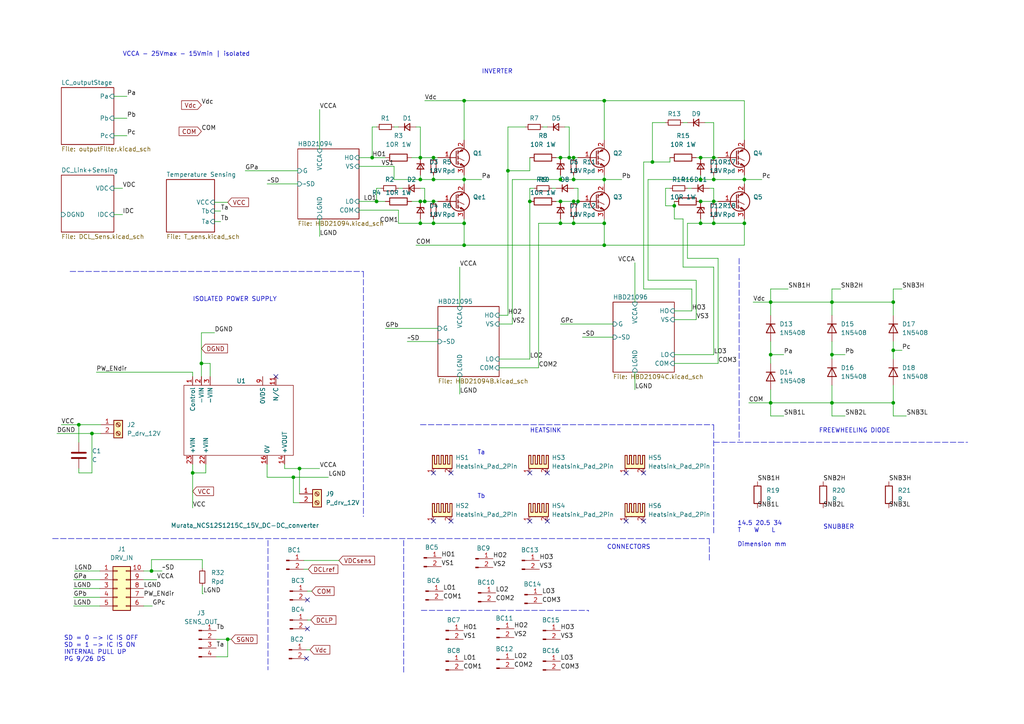
<source format=kicad_sch>
(kicad_sch (version 20211123) (generator eeschema)
  (paper "A4")
  (title_block (title "Driver_board 3 phase inverter 6 Channel") (date "2022-09-01") (rev "2") (company "Designed By - Yawar Badri") (comment 1 "Driver board for 3 phase IGBT inverter ") (comment 2 "ir2136 | ir2233 | ir21094") (comment 3 "600V | 1200V | 600V") (comment 4 "Single Board Construction | 6CH each -> 18 CH design") (comment 5 "For fabrication go with only 600V+1200V. not all three"))
  (lib_symbols
    (symbol "Connector:Conn_01x02_Male" (pin_names (offset 1.016) hide)
      (property "Reference" "J" (at 0 2.54 0))
      (property "Value" "Conn_01x02_Male" (at 0 -5.08 0))
      (symbol "Conn_01x02_Male_1_1"
        (pin passive line (at 5.08 0 180) (length 3.81) (name "Pin_1") (number "1"))
        (pin passive line (at 5.08 -2.54 180) (length 3.81) (name "Pin_2") (number "2"))
      )
    )
    (symbol "Connector:Conn_01x04_Male" (pin_names (offset 1.016) hide)
      (property "Reference" "J" (at 0 5.08 0))
      (property "Value" "Conn_01x04_Male" (at 0 -7.62 0))
      (symbol "Conn_01x04_Male_1_1"
        (pin passive line (at 5.08 2.54 180) (length 3.81) (name "Pin_1") (number "1"))
        (pin passive line (at 5.08 0 180) (length 3.81) (name "Pin_2") (number "2"))
        (pin passive line (at 5.08 -2.54 180) (length 3.81) (name "Pin_3") (number "3"))
        (pin passive line (at 5.08 -5.08 180) (length 3.81) (name "Pin_4") (number "4"))
      )
    )
    (symbol "Connector:Screw_Terminal_01x02" (pin_names (offset 1.016) hide)
      (property "Reference" "J" (at 0 2.54 0))
      (property "Value" "Screw_Terminal_01x02" (at 0 -5.08 0))
      (symbol "Screw_Terminal_01x02_1_1"
        (pin passive line (at -5.08 0 0) (length 3.81) (name "Pin_1") (number "1"))
        (pin passive line (at -5.08 -2.54 0) (length 3.81) (name "Pin_2") (number "2"))
      )
    )
    (symbol "Connector_Generic:Conn_02x05_Counter_Clockwise" (pin_names (offset 1.016) hide)
      (property "Reference" "J" (at 1.27 7.62 0))
      (property "Value" "Conn_02x05_Counter_Clockwise" (at 1.27 -7.62 0))
      (symbol "Conn_02x05_Counter_Clockwise_1_1"
        (pin passive line (at -5.08 5.08 0) (length 3.81) (name "Pin_1") (number "1"))
        (pin passive line (at 7.62 5.08 180) (length 3.81) (name "Pin_10") (number "10"))
        (pin passive line (at -5.08 2.54 0) (length 3.81) (name "Pin_2") (number "2"))
        (pin passive line (at -5.08 0 0) (length 3.81) (name "Pin_3") (number "3"))
        (pin passive line (at -5.08 -2.54 0) (length 3.81) (name "Pin_4") (number "4"))
        (pin passive line (at -5.08 -5.08 0) (length 3.81) (name "Pin_5") (number "5"))
        (pin passive line (at 7.62 -5.08 180) (length 3.81) (name "Pin_6") (number "6"))
        (pin passive line (at 7.62 -2.54 180) (length 3.81) (name "Pin_7") (number "7"))
        (pin passive line (at 7.62 0 180) (length 3.81) (name "Pin_8") (number "8"))
        (pin passive line (at 7.62 2.54 180) (length 3.81) (name "Pin_9") (number "9"))
      )
    )
    (symbol "DC_DC_module:Murata_NCS12S1215C_15V_DC-DC_converter"
      (property "Reference" "U1" (at -1.27 -2.54 0))
      (property "Value" "Murata_NCS12S1215C_15V_DC-DC_converter" (at -20.32 -44.45 0))
      (symbol "Murata_NCS12S1215C_15V_DC-DC_converter_1_1"
        (pin input line (at -13.97 -1.27 270) (length 2.54) (name "Control") (number "1"))
        (pin input line (at 10.16 -1.27 270) (length 2.54) (name "N/C") (number "11"))
        (pin output line (at 12.7 -26.67 90) (length 2.54) (name "+VOUT") (number "14"))
        (pin input line (at 7.62 -26.67 90) (length 2.54) (name "0V") (number "16"))
        (pin input line (at -11.43 -1.27 270) (length 2.54) (name "-VIN") (number "2"))
        (pin input line (at -10.16 -26.67 90) (length 2.54) (name "+VIN") (number "22"))
        (pin input line (at -13.97 -26.67 90) (length 2.54) (name "+VIN") (number "23"))
        (pin input line (at -8.89 -1.27 270) (length 2.54) (name "-VIN") (number "3"))
        (pin input line (at 6.35 -1.27 270) (length 2.54) (name "0VDS") (number "9"))
      )
    )
    (symbol "Device:C" (pin_numbers hide) (pin_names (offset 0.254))
      (property "Reference" "C" (at 0.635 2.54 0))
      (property "Value" "C" (at 0.635 -2.54 0))
      (symbol "C_1_1"
        (pin passive line (at 0 3.81 270) (length 2.794) (name "~") (number "1"))
        (pin passive line (at 0 -3.81 90) (length 2.794) (name "~") (number "2"))
      )
    )
    (symbol "Device:D_Small" (pin_numbers hide) (pin_names (offset 0.254) hide)
      (property "Reference" "D" (at -1.27 2.032 0))
      (property "Value" "D_Small" (at -3.81 -2.032 0))
      (symbol "D_Small_1_1"
        (pin passive line (at -2.54 0 0) (length 1.778) (name "K") (number "1"))
        (pin passive line (at 2.54 0 180) (length 1.778) (name "A") (number "2"))
      )
    )
    (symbol "Device:D_Zener_Small" (pin_numbers hide) (pin_names (offset 0.254) hide)
      (property "Reference" "D" (at 0 2.286 0))
      (property "Value" "D_Zener_Small" (at 0 -2.286 0))
      (symbol "D_Zener_Small_1_1"
        (pin passive line (at -2.54 0 0) (length 1.778) (name "K") (number "1"))
        (pin passive line (at 2.54 0 180) (length 1.778) (name "A") (number "2"))
      )
    )
    (symbol "Device:Q_NIGBT_GCE" (pin_names (offset 0) hide)
      (property "Reference" "Q" (at 5.08 1.27 0))
      (property "Value" "Q_NIGBT_GCE" (at 5.08 -1.27 0))
      (symbol "Q_NIGBT_GCE_1_1"
        (pin input line (at -5.08 0 0) (length 5.334) (name "G") (number "1"))
        (pin passive line (at 2.54 5.08 270) (length 2.54) (name "C") (number "2"))
        (pin passive line (at 2.54 -5.08 90) (length 2.54) (name "E") (number "3"))
      )
    )
    (symbol "Device:R" (pin_numbers hide) (pin_names (offset 0))
      (property "Reference" "R" (at 2.032 0 90))
      (property "Value" "R" (at 0 0 90))
      (symbol "R_1_1"
        (pin passive line (at 0 3.81 270) (length 1.27) (name "~") (number "1"))
        (pin passive line (at 0 -3.81 90) (length 1.27) (name "~") (number "2"))
      )
    )
    (symbol "Device:R_Small" (pin_numbers hide) (pin_names (offset 0.254) hide)
      (property "Reference" "R" (at 0.762 0.508 0))
      (property "Value" "R_Small" (at 0.762 -1.016 0))
      (symbol "R_Small_1_1"
        (pin passive line (at 0 2.54 270) (length 0.762) (name "~") (number "1"))
        (pin passive line (at 0 -2.54 90) (length 0.762) (name "~") (number "2"))
      )
    )
    (symbol "Diode:1N5408" (pin_numbers hide) (pin_names (offset 1.016) hide)
      (property "Reference" "D" (at 0 2.54 0))
      (property "Value" "1N5408" (at 0 -2.54 0))
      (symbol "1N5408_1_1"
        (pin passive line (at -3.81 0 0) (length 2.54) (name "K") (number "1"))
        (pin passive line (at 3.81 0 180) (length 2.54) (name "A") (number "2"))
      )
    )
    (symbol "Mechanical:Heatsink_Pad_2Pin" (pin_names (offset 0))
      (property "Reference" "HS" (at 0 5.715 0))
      (property "Value" "Heatsink_Pad_2Pin" (at 0 3.81 0))
      (symbol "Heatsink_Pad_2Pin_1_1"
        (pin passive line (at -2.54 -2.54 90) (length 1.27) (name "~") (number "1"))
        (pin passive line (at 2.54 -2.54 90) (length 1.27) (name "~") (number "2"))
      )
    )
  )
  (junction (at 259.08 116.84))
  (junction (at 121.92 64.77))
  (junction (at 207.01 58.42))
  (junction (at 58.42 105.41))
  (junction (at 85.09 138.43))
  (junction (at 134.62 71.12))
  (junction (at 125.73 58.42))
  (junction (at 166.37 45.72))
  (junction (at 195.58 59.69))
  (junction (at 162.56 52.07))
  (junction (at 43.942 165.608))
  (junction (at 223.52 87.63))
  (junction (at 22.86 123.19))
  (junction (at 147.32 49.53))
  (junction (at 203.2 52.07))
  (junction (at 166.37 64.77))
  (junction (at 162.56 45.72))
  (junction (at 134.62 29.21))
  (junction (at 259.08 87.63))
  (junction (at 26.67 125.73))
  (junction (at 166.37 58.42))
  (junction (at 241.3 87.63))
  (junction (at 215.9 64.77))
  (junction (at 175.26 29.21))
  (junction (at 162.56 58.42))
  (junction (at 215.9 52.07))
  (junction (at 121.92 58.42))
  (junction (at 162.56 64.77))
  (junction (at 125.73 45.72))
  (junction (at 207.01 64.77))
  (junction (at 166.37 52.07))
  (junction (at 203.2 58.42))
  (junction (at 167.64 58.42))
  (junction (at 165.1 45.72))
  (junction (at 153.67 58.42))
  (junction (at 223.52 116.84))
  (junction (at 223.52 102.87))
  (junction (at 107.95 45.72))
  (junction (at 134.62 64.77))
  (junction (at 55.88 137.16))
  (junction (at 207.01 45.72))
  (junction (at 207.01 52.07))
  (junction (at 203.2 64.77))
  (junction (at 125.73 52.07))
  (junction (at 134.62 52.07))
  (junction (at 241.3 116.84))
  (junction (at 203.2 45.72))
  (junction (at 125.73 64.77))
  (junction (at 123.19 58.42))
  (junction (at 175.26 52.07))
  (junction (at 66.04 185.42))
  (junction (at 259.08 101.6))
  (junction (at 175.26 71.12))
  (junction (at 241.3 102.87))
  (junction (at 189.23 46.99))
  (junction (at 121.92 52.07))
  (junction (at 109.22 58.42))
  (junction (at 86.868 135.89))
  (junction (at 175.26 64.77))
  (junction (at 121.92 45.72))
  (no_connect (at 130.81 151.13))
  (no_connect (at 186.69 137.16))
  (no_connect (at 80.01 109.22))
  (no_connect (at 125.73 137.16))
  (no_connect (at 158.75 151.13))
  (no_connect (at 88.9 191.008))
  (no_connect (at 181.61 137.16))
  (no_connect (at 158.75 137.16))
  (no_connect (at 153.67 137.16))
  (no_connect (at 125.73 151.13))
  (no_connect (at 181.61 151.13))
  (no_connect (at 89.154 182.372))
  (no_connect (at 186.69 151.13))
  (no_connect (at 130.81 137.16))
  (no_connect (at 153.67 151.13))
  (no_connect (at 89.154 173.99))
  (wire (pts (xy 223.52 102.87) (xy 223.52 105.41)))
  (wire (pts (xy 195.58 59.69) (xy 195.58 63.5)))
  (wire (pts (xy 115.57 36.83) (xy 114.3 36.83)))
  (wire (pts (xy 175.26 29.21) (xy 215.9 29.21)))
  (wire (pts (xy 154.94 54.61) (xy 153.67 54.61)))
  (wire (pts (xy 66.04 185.42) (xy 66.04 190.5)))
  (polyline (pts (xy 207.01 128.27) (xy 280.67 128.27)))
  (wire (pts (xy 215.9 40.64) (xy 215.9 29.21)))
  (wire (pts (xy 195.58 92.71) (xy 201.93 92.71)))
  (wire (pts (xy 175.26 63.5) (xy 175.26 64.77)))
  (wire (pts (xy 208.28 74.93) (xy 208.28 105.41)))
  (polyline (pts (xy 122.174 177.038) (xy 170.688 177.038)))
  (wire (pts (xy 199.39 74.93) (xy 208.28 74.93)))
  (wire (pts (xy 21.336 173.228) (xy 28.956 173.228)))
  (wire (pts (xy 77.47 134.62) (xy 77.47 138.43)))
  (polyline (pts (xy 77.724 156.718) (xy 77.724 194.31)))
  (wire (pts (xy 58.42 105.41) (xy 58.42 109.22)))
  (wire (pts (xy 58.42 96.52) (xy 58.42 105.41)))
  (wire (pts (xy 55.88 137.16) (xy 55.88 147.32)))
  (wire (pts (xy 77.47 53.34) (xy 86.36 53.34)))
  (wire (pts (xy 215.9 64.77) (xy 215.9 71.12)))
  (wire (pts (xy 223.52 113.03) (xy 223.52 116.84)))
  (wire (pts (xy 162.56 64.77) (xy 166.37 64.77)))
  (wire (pts (xy 58.42 96.52) (xy 62.23 96.52)))
  (wire (pts (xy 21.336 168.148) (xy 28.956 168.148)))
  (wire (pts (xy 207.01 35.56) (xy 207.01 45.72)))
  (polyline (pts (xy 207.01 123.19) (xy 207.01 154.94)))
  (wire (pts (xy 175.26 71.12) (xy 215.9 71.12)))
  (wire (pts (xy 121.92 63.5) (xy 121.92 64.77)))
  (wire (pts (xy 162.56 58.42) (xy 166.37 58.42)))
  (wire (pts (xy 109.22 36.83) (xy 107.95 36.83)))
  (wire (pts (xy 193.04 59.69) (xy 195.58 59.69)))
  (wire (pts (xy 223.52 83.82) (xy 228.6 83.82)))
  (wire (pts (xy 203.2 45.72) (xy 207.01 45.72)))
  (wire (pts (xy 195.58 90.17) (xy 200.66 90.17)))
  (wire (pts (xy 203.2 58.42) (xy 207.01 58.42)))
  (wire (pts (xy 92.71 63.5) (xy 92.71 68.58)))
  (wire (pts (xy 158.75 36.83) (xy 157.48 36.83)))
  (wire (pts (xy 33.02 39.37) (xy 36.83 39.37)))
  (wire (pts (xy 119.38 45.72) (xy 121.92 45.72)))
  (wire (pts (xy 21.336 170.688) (xy 28.956 170.688)))
  (wire (pts (xy 199.39 64.77) (xy 203.2 64.77)))
  (wire (pts (xy 114.3 48.26) (xy 114.3 52.07)))
  (wire (pts (xy 186.69 46.99) (xy 189.23 46.99)))
  (polyline (pts (xy 121.92 123.19) (xy 207.01 123.19)))
  (wire (pts (xy 175.26 52.07) (xy 180.34 52.07)))
  (wire (pts (xy 59.69 137.16) (xy 59.69 134.62)))
  (wire (pts (xy 125.73 52.07) (xy 134.62 52.07)))
  (wire (pts (xy 207.01 50.8) (xy 207.01 52.07)))
  (wire (pts (xy 134.62 52.07) (xy 139.7 52.07)))
  (wire (pts (xy 217.17 116.84) (xy 223.52 116.84)))
  (wire (pts (xy 189.23 35.56) (xy 189.23 46.99)))
  (wire (pts (xy 121.92 36.83) (xy 121.92 45.72)))
  (polyline (pts (xy 117.094 156.718) (xy 117.094 195.326)))
  (wire (pts (xy 55.88 134.62) (xy 55.88 137.16)))
  (wire (pts (xy 175.26 40.64) (xy 175.26 29.21)))
  (wire (pts (xy 89.154 179.832) (xy 90.17 179.832)))
  (wire (pts (xy 85.09 145.796) (xy 85.09 138.43)))
  (wire (pts (xy 125.73 63.5) (xy 125.73 64.77)))
  (wire (pts (xy 207.01 63.5) (xy 207.01 64.77)))
  (wire (pts (xy 204.47 35.56) (xy 207.01 35.56)))
  (wire (pts (xy 82.55 135.89) (xy 86.868 135.89)))
  (wire (pts (xy 165.1 36.83) (xy 165.1 45.72)))
  (wire (pts (xy 62.738 185.42) (xy 66.04 185.42)))
  (polyline (pts (xy 170.688 177.038) (xy 170.688 177.292)))
  (wire (pts (xy 259.08 99.06) (xy 259.08 101.6)))
  (wire (pts (xy 41.656 168.148) (xy 45.466 168.148)))
  (wire (pts (xy 195.58 105.41) (xy 208.28 105.41)))
  (wire (pts (xy 62.23 61.214) (xy 64.008 61.214)))
  (wire (pts (xy 26.67 125.73) (xy 29.21 125.73)))
  (wire (pts (xy 223.52 120.65) (xy 227.33 120.65)))
  (wire (pts (xy 184.15 107.95) (xy 184.15 113.03)))
  (wire (pts (xy 123.19 54.61) (xy 123.19 58.42)))
  (wire (pts (xy 123.19 54.61) (xy 121.92 54.61)))
  (wire (pts (xy 223.52 116.84) (xy 223.52 120.65)))
  (wire (pts (xy 134.62 64.77) (xy 134.62 71.12)))
  (wire (pts (xy 147.32 36.83) (xy 147.32 49.53)))
  (wire (pts (xy 162.56 63.5) (xy 162.56 64.77)))
  (wire (pts (xy 153.67 49.53) (xy 153.67 45.72)))
  (wire (pts (xy 207.01 45.72) (xy 208.28 45.72)))
  (wire (pts (xy 175.26 50.8) (xy 175.26 52.07)))
  (wire (pts (xy 88.9 188.468) (xy 89.916 188.468)))
  (wire (pts (xy 22.86 123.19) (xy 22.86 128.27)))
  (wire (pts (xy 104.14 58.42) (xy 109.22 58.42)))
  (wire (pts (xy 223.52 116.84) (xy 241.3 116.84)))
  (wire (pts (xy 207.01 64.77) (xy 215.9 64.77)))
  (wire (pts (xy 200.66 54.61) (xy 199.39 54.61)))
  (wire (pts (xy 161.29 54.61) (xy 160.02 54.61)))
  (wire (pts (xy 147.32 49.53) (xy 153.67 49.53)))
  (wire (pts (xy 153.67 58.42) (xy 153.67 104.14)))
  (wire (pts (xy 195.58 102.87) (xy 207.01 102.87)))
  (wire (pts (xy 104.14 48.26) (xy 114.3 48.26)))
  (wire (pts (xy 134.62 50.8) (xy 134.62 52.07)))
  (wire (pts (xy 125.73 58.42) (xy 127 58.42)))
  (wire (pts (xy 134.62 71.12) (xy 175.26 71.12)))
  (wire (pts (xy 259.08 120.65) (xy 262.89 120.65)))
  (wire (pts (xy 166.37 45.72) (xy 167.64 45.72)))
  (wire (pts (xy 21.336 175.768) (xy 28.956 175.768)))
  (wire (pts (xy 241.3 102.87) (xy 241.3 99.06)))
  (wire (pts (xy 115.57 60.96) (xy 115.57 64.77)))
  (wire (pts (xy 203.2 63.5) (xy 203.2 64.77)))
  (wire (pts (xy 125.73 50.8) (xy 125.73 52.07)))
  (wire (pts (xy 165.1 45.72) (xy 166.37 45.72)))
  (wire (pts (xy 207.01 58.42) (xy 208.28 58.42)))
  (wire (pts (xy 161.29 58.42) (xy 162.56 58.42)))
  (wire (pts (xy 22.86 135.89) (xy 22.86 137.16)))
  (wire (pts (xy 168.91 97.79) (xy 177.8 97.79)))
  (wire (pts (xy 203.2 52.07) (xy 207.01 52.07)))
  (wire (pts (xy 86.868 135.89) (xy 92.71 135.89)))
  (wire (pts (xy 241.3 87.63) (xy 259.08 87.63)))
  (wire (pts (xy 241.3 91.44) (xy 241.3 87.63)))
  (wire (pts (xy 89.408 165.1) (xy 88.138 165.1)))
  (wire (pts (xy 123.19 29.21) (xy 134.62 29.21)))
  (wire (pts (xy 120.65 71.12) (xy 134.62 71.12)))
  (wire (pts (xy 104.14 60.96) (xy 115.57 60.96)))
  (wire (pts (xy 187.96 52.07) (xy 203.2 52.07)))
  (wire (pts (xy 107.95 36.83) (xy 107.95 45.72)))
  (wire (pts (xy 144.78 93.98) (xy 148.59 93.98)))
  (wire (pts (xy 33.02 62.23) (xy 35.56 62.23)))
  (wire (pts (xy 193.04 54.61) (xy 193.04 59.69)))
  (wire (pts (xy 121.92 52.07) (xy 125.73 52.07)))
  (wire (pts (xy 110.49 54.61) (xy 109.22 54.61)))
  (wire (pts (xy 134.62 40.64) (xy 134.62 29.21)))
  (wire (pts (xy 41.656 175.768) (xy 44.196 175.768)))
  (wire (pts (xy 82.55 134.62) (xy 82.55 135.89)))
  (wire (pts (xy 86.36 49.53) (xy 71.12 49.53)))
  (wire (pts (xy 259.08 101.6) (xy 259.08 104.14)))
  (wire (pts (xy 147.32 91.44) (xy 144.78 91.44)))
  (wire (pts (xy 189.23 46.99) (xy 194.31 46.99)))
  (wire (pts (xy 203.2 50.8) (xy 203.2 52.07)))
  (wire (pts (xy 199.39 64.77) (xy 199.39 74.93)))
  (wire (pts (xy 86.868 145.796) (xy 85.09 145.796)))
  (wire (pts (xy 114.3 52.07) (xy 121.92 52.07)))
  (wire (pts (xy 241.3 116.84) (xy 241.3 111.76)))
  (polyline (pts (xy 205.74 156.21) (xy 205.74 162.56)))
  (wire (pts (xy 58.674 172.212) (xy 58.928 172.212)))
  (wire (pts (xy 115.57 64.77) (xy 121.92 64.77)))
  (wire (pts (xy 259.08 87.63) (xy 259.08 91.44)))
  (wire (pts (xy 207.01 77.47) (xy 207.01 102.87)))
  (wire (pts (xy 166.37 64.77) (xy 175.26 64.77)))
  (wire (pts (xy 199.39 35.56) (xy 198.12 35.56)))
  (wire (pts (xy 147.32 91.44) (xy 147.32 49.53)))
  (wire (pts (xy 162.56 45.72) (xy 165.1 45.72)))
  (wire (pts (xy 33.02 27.94) (xy 36.83 27.94)))
  (wire (pts (xy 186.69 46.99) (xy 186.69 83.82)))
  (wire (pts (xy 166.37 50.8) (xy 166.37 52.07)))
  (wire (pts (xy 66.04 185.42) (xy 67.056 185.42)))
  (wire (pts (xy 41.656 165.608) (xy 43.942 165.608)))
  (polyline (pts (xy 20.32 78.74) (xy 105.41 78.74)))
  (wire (pts (xy 121.92 36.83) (xy 120.65 36.83)))
  (wire (pts (xy 43.942 162.306) (xy 43.942 165.608)))
  (wire (pts (xy 259.08 83.82) (xy 261.62 83.82)))
  (wire (pts (xy 134.62 63.5) (xy 134.62 64.77)))
  (wire (pts (xy 62.738 190.5) (xy 66.04 190.5)))
  (wire (pts (xy 92.71 31.75) (xy 92.71 43.18)))
  (polyline (pts (xy 105.41 78.74) (xy 105.41 149.86)))
  (wire (pts (xy 58.674 164.846) (xy 58.674 162.306)))
  (wire (pts (xy 26.67 137.16) (xy 26.67 125.73)))
  (wire (pts (xy 187.96 52.07) (xy 187.96 81.28)))
  (wire (pts (xy 241.3 120.65) (xy 245.11 120.65)))
  (polyline (pts (xy 15.24 156.21) (xy 205.74 156.21)))
  (wire (pts (xy 58.674 162.306) (xy 43.942 162.306)))
  (wire (pts (xy 118.11 99.06) (xy 127 99.06)))
  (wire (pts (xy 121.92 64.77) (xy 125.73 64.77)))
  (wire (pts (xy 198.12 63.5) (xy 198.12 77.47)))
  (wire (pts (xy 215.9 50.8) (xy 215.9 52.07)))
  (wire (pts (xy 109.22 54.61) (xy 109.22 58.42)))
  (wire (pts (xy 88.138 162.56) (xy 98.298 162.56)))
  (wire (pts (xy 133.35 77.47) (xy 133.35 88.9)))
  (wire (pts (xy 33.02 54.61) (xy 35.56 54.61)))
  (wire (pts (xy 241.3 104.14) (xy 241.3 102.87)))
  (wire (pts (xy 166.37 58.42) (xy 167.64 58.42)))
  (wire (pts (xy 207.01 52.07) (xy 215.9 52.07)))
  (wire (pts (xy 162.56 50.8) (xy 162.56 52.07)))
  (wire (pts (xy 123.19 58.42) (xy 125.73 58.42)))
  (wire (pts (xy 62.23 58.674) (xy 66.04 58.674)))
  (wire (pts (xy 215.9 52.07) (xy 220.98 52.07)))
  (wire (pts (xy 161.29 45.72) (xy 162.56 45.72)))
  (wire (pts (xy 22.86 123.19) (xy 29.21 123.19)))
  (wire (pts (xy 186.69 83.82) (xy 200.66 83.82)))
  (wire (pts (xy 134.62 52.07) (xy 134.62 53.34)))
  (wire (pts (xy 241.3 83.82) (xy 243.84 83.82)))
  (wire (pts (xy 144.78 106.68) (xy 156.21 106.68)))
  (wire (pts (xy 201.93 45.72) (xy 203.2 45.72)))
  (wire (pts (xy 195.58 58.42) (xy 195.58 59.69)))
  (wire (pts (xy 147.32 36.83) (xy 152.4 36.83)))
  (wire (pts (xy 62.23 64.262) (xy 64.008 64.262)))
  (wire (pts (xy 27.94 107.95) (xy 55.88 107.95)))
  (wire (pts (xy 218.44 87.63) (xy 223.52 87.63)))
  (wire (pts (xy 156.21 64.77) (xy 156.21 106.68)))
  (wire (pts (xy 259.08 101.6) (xy 261.62 101.6)))
  (wire (pts (xy 166.37 63.5) (xy 166.37 64.77)))
  (polyline (pts (xy 214.376 74.93) (xy 214.376 127.762)))
  (wire (pts (xy 21.59 165.608) (xy 28.956 165.608)))
  (wire (pts (xy 194.31 46.99) (xy 194.31 45.72)))
  (wire (pts (xy 144.78 104.14) (xy 153.67 104.14)))
  (wire (pts (xy 16.51 125.73) (xy 26.67 125.73)))
  (wire (pts (xy 77.47 138.43) (xy 85.09 138.43)))
  (wire (pts (xy 184.15 76.2) (xy 184.15 87.63)))
  (wire (pts (xy 200.66 83.82) (xy 200.66 90.17)))
  (wire (pts (xy 207.01 54.61) (xy 207.01 58.42)))
  (wire (pts (xy 223.52 87.63) (xy 223.52 83.82)))
  (wire (pts (xy 223.52 87.63) (xy 223.52 91.44)))
  (wire (pts (xy 55.88 137.16) (xy 59.69 137.16)))
  (wire (pts (xy 17.78 123.19) (xy 22.86 123.19)))
  (wire (pts (xy 167.64 54.61) (xy 167.64 58.42)))
  (wire (pts (xy 43.942 165.608) (xy 46.99 165.608)))
  (wire (pts (xy 104.14 45.72) (xy 107.95 45.72)))
  (wire (pts (xy 241.3 87.63) (xy 241.3 83.82)))
  (wire (pts (xy 60.96 109.22) (xy 60.96 105.41)))
  (wire (pts (xy 153.67 54.61) (xy 153.67 58.42)))
  (wire (pts (xy 148.59 52.07) (xy 162.56 52.07)))
  (wire (pts (xy 134.62 29.21) (xy 175.26 29.21)))
  (wire (pts (xy 116.84 54.61) (xy 115.57 54.61)))
  (wire (pts (xy 187.96 81.28) (xy 201.93 81.28)))
  (wire (pts (xy 86.868 135.89) (xy 86.868 143.256)))
  (wire (pts (xy 165.1 36.83) (xy 163.83 36.83)))
  (wire (pts (xy 215.9 52.07) (xy 215.9 53.34)))
  (wire (pts (xy 85.09 138.43) (xy 95.25 138.43)))
  (wire (pts (xy 241.3 87.63) (xy 223.52 87.63)))
  (wire (pts (xy 55.88 109.22) (xy 55.88 107.95)))
  (wire (pts (xy 223.52 99.06) (xy 223.52 102.87)))
  (wire (pts (xy 175.26 52.07) (xy 175.26 53.34)))
  (wire (pts (xy 241.3 102.87) (xy 245.11 102.87)))
  (wire (pts (xy 189.23 35.56) (xy 193.04 35.56)))
  (wire (pts (xy 60.96 105.41) (xy 58.42 105.41)))
  (wire (pts (xy 166.37 52.07) (xy 175.26 52.07)))
  (wire (pts (xy 121.92 58.42) (xy 123.19 58.42)))
  (wire (pts (xy 109.22 58.42) (xy 111.76 58.42)))
  (wire (pts (xy 156.21 64.77) (xy 162.56 64.77)))
  (wire (pts (xy 22.86 137.16) (xy 26.67 137.16)))
  (wire (pts (xy 107.95 45.72) (xy 111.76 45.72)))
  (wire (pts (xy 241.3 116.84) (xy 259.08 116.84)))
  (wire (pts (xy 241.3 116.84) (xy 241.3 120.65)))
  (wire (pts (xy 259.08 116.84) (xy 259.08 120.65)))
  (wire (pts (xy 167.64 54.61) (xy 166.37 54.61)))
  (wire (pts (xy 195.58 63.5) (xy 198.12 63.5)))
  (wire (pts (xy 223.52 102.87) (xy 227.33 102.87)))
  (wire (pts (xy 259.08 111.76) (xy 259.08 116.84)))
  (wire (pts (xy 162.56 52.07) (xy 166.37 52.07)))
  (wire (pts (xy 198.12 77.47) (xy 207.01 77.47)))
  (wire (pts (xy 177.8 93.98) (xy 162.56 93.98)))
  (wire (pts (xy 119.38 58.42) (xy 121.92 58.42)))
  (wire (pts (xy 259.08 87.63) (xy 259.08 83.82)))
  (wire (pts (xy 133.35 109.22) (xy 133.35 114.3)))
  (wire (pts (xy 148.59 93.98) (xy 148.59 52.07)))
  (wire (pts (xy 33.02 34.29) (xy 36.83 34.29)))
  (wire (pts (xy 127 95.25) (xy 111.76 95.25)))
  (wire (pts (xy 58.674 169.926) (xy 58.674 172.212)))
  (wire (pts (xy 125.73 64.77) (xy 134.62 64.77)))
  (wire (pts (xy 201.93 81.28) (xy 201.93 92.71)))
  (wire (pts (xy 125.73 45.72) (xy 127 45.72)))
  (wire (pts (xy 194.31 54.61) (xy 193.04 54.61)))
  (wire (pts (xy 121.92 45.72) (xy 125.73 45.72)))
  (wire (pts (xy 215.9 63.5) (xy 215.9 64.77)))
  (wire (pts (xy 175.26 64.77) (xy 175.26 71.12)))
  (wire (pts (xy 207.01 54.61) (xy 205.74 54.61)))
  (wire (pts (xy 203.2 64.77) (xy 207.01 64.77)))
  (wire (pts (xy 121.92 50.8) (xy 121.92 52.07)))
  (wire (pts (xy 89.154 171.45) (xy 90.424 171.45)))
  (text "Ta" (at 138.43 132.08 0) (effects (font (size 1.27 1.27)) (justify left bottom)))
  (text "CONNECTORS" (at 176.022 159.512 0) (effects (font (size 1.27 1.27)) (justify left bottom)))
  (text "INVERTER" (at 139.7 21.59 0) (effects (font (size 1.27 1.27)) (justify left bottom)))
  (text "FREEWHEELING DIODE" (at 237.49 125.73 0) (effects (font (size 1.27 1.27)) (justify left bottom)))
  (text "14.5 20.5 34\nT	W	L\n\nDimension mm\n" (at 213.868 158.75 0) (effects (font (size 1.27 1.27)) (justify left bottom)))
  (text "ISOLATED POWER SUPPLY" (at 55.88 87.63 0) (effects (font (size 1.27 1.27)) (justify left bottom)))
  (text "SD = 0 -> IC IS OFF\nSD = 1 -> IC IS ON \nINTERNAL PULL UP\nPG 9/26 DS" (at 18.542 192.024 0) (effects (font (size 1.27 1.27)) (justify left bottom)))
  (text "Tb" (at 138.43 144.78 0) (effects (font (size 1.27 1.27)) (justify left bottom)))
  (text "HEATSINK" (at 153.67 125.73 0) (effects (font (size 1.27 1.27)) (justify left bottom)))
  (text "SNUBBER" (at 238.76 153.67 0) (effects (font (size 1.27 1.27)) (justify left bottom)))
  (text "VCCA - 25Vmax - 15Vmin | isolated" (at 35.56 16.51 0) (effects (font (size 1.27 1.27)) (justify left bottom)))
  (label "DGND" (at 62.23 96.52 0))
  (label "Pc" (at 220.98 52.07 0))
  (label "LGND" (at 92.71 68.58 0))
  (label "SNB2L" (at 245.11 120.65 0))
  (label "LO2" (at 153.67 104.14 0))
  (label "Vdc" (at 218.44 87.63 0))
  (label "COM" (at 120.65 71.12 0))
  (label "HO1" (at 107.95 45.72 0))
  (label "VCCA" (at 133.35 77.47 0))
  (label "VCCA" (at 45.466 168.148 0))
  (label "VS2" (at 148.59 93.98 0))
  (label "Pa" (at 36.83 27.94 0))
  (label "VS3" (at 201.93 92.71 0))
  (label "Tb" (at 64.008 64.262 0))
  (label "Pb" (at 36.83 34.29 0))
  (label "LGND" (at 21.59 165.608 0))
  (label "~SD" (at 118.11 99.06 0))
  (label "Ta" (at 62.738 187.96 0))
  (label "LO3" (at 162.56 191.77 0))
  (label "VS1" (at 114.3 48.26 180))
  (label "Vdc" (at 123.19 29.21 0))
  (label "HO2" (at 149.098 182.372 0))
  (label "SNB1H" (at 228.6 83.82 0))
  (label "LGND" (at 41.656 170.688 0))
  (label "VS3" (at 162.56 185.42 0))
  (label "DGND" (at 16.51 125.73 0))
  (label "PW_ENdir" (at 41.656 173.228 0))
  (label "SNB2L" (at 238.76 147.32 0))
  (label "VCCA" (at 184.15 76.2 180))
  (label "VS1" (at 128.016 164.338 0))
  (label "PW_ENdir" (at 27.94 107.95 0))
  (label "COM" (at 58.42 38.1 0))
  (label "Pa" (at 139.7 52.07 0))
  (label "GPa" (at 21.336 168.148 0))
  (label "SNB1L" (at 227.33 120.65 0))
  (label "COM1" (at 115.57 64.77 180))
  (label "LGND" (at 184.15 113.03 0))
  (label "IDC" (at 35.56 62.23 0))
  (label "VS2" (at 149.098 184.912 0))
  (label "LO3" (at 207.01 102.87 0))
  (label "COM1" (at 128.524 173.99 0))
  (label "VCCA" (at 92.71 31.75 0))
  (label "COM3" (at 157.226 175.006 0))
  (label "Ta" (at 64.008 61.214 0))
  (label "Tb" (at 62.738 182.88 0))
  (label "GPb" (at 111.76 95.25 0))
  (label "COM3" (at 162.56 194.31 0))
  (label "Pb" (at 180.34 52.07 0))
  (label "SNB1H" (at 219.71 139.7 0))
  (label "~SD" (at 168.91 97.79 0))
  (label "COM2" (at 156.21 106.68 0))
  (label "VS3" (at 156.464 165.1 0))
  (label "LGND" (at 21.336 170.688 0))
  (label "HO3" (at 200.66 90.17 0))
  (label "VS1" (at 134.366 185.42 0))
  (label "HO2" (at 147.32 91.44 0))
  (label "SNB3H" (at 257.81 139.7 0))
  (label "LO2" (at 143.764 171.958 0))
  (label "SNB3L" (at 262.89 120.65 0))
  (label "Pc" (at 261.62 101.6 0))
  (label "Pc" (at 36.83 39.37 0))
  (label "HO3" (at 162.56 182.88 0))
  (label "COM1" (at 134.366 194.31 0))
  (label "LO3" (at 157.226 172.466 0))
  (label "Pb" (at 245.11 102.87 0))
  (label "VS2" (at 143.002 164.592 0))
  (label "COM3" (at 208.28 105.41 0))
  (label "GPa" (at 71.12 49.53 0))
  (label "GPb" (at 21.336 173.228 0))
  (label "SNB3H" (at 261.62 83.82 0))
  (label "SNB3L" (at 257.81 147.32 0))
  (label "LO1" (at 128.524 171.45 0))
  (label "LGND" (at 21.336 175.768 0))
  (label "SNB2H" (at 243.84 83.82 0))
  (label "SNB1L" (at 219.71 147.32 0))
  (label "HO1" (at 128.016 161.798 0))
  (label "VCCA" (at 92.71 135.89 0))
  (label "LO1" (at 109.22 58.42 180))
  (label "VDC" (at 35.56 54.61 0))
  (label "HO2" (at 143.002 162.052 0))
  (label "LO2" (at 149.098 191.262 0))
  (label "COM" (at 217.17 116.84 0))
  (label "GPc" (at 162.56 93.98 0))
  (label "HO1" (at 134.366 182.88 0))
  (label "LGND" (at 58.928 172.212 0))
  (label "COM2" (at 149.098 193.802 0))
  (label "LGND" (at 95.25 138.43 0))
  (label "SNB2H" (at 238.76 139.7 0))
  (label "HO3" (at 156.464 162.56 0))
  (label "COM2" (at 143.764 174.498 0))
  (label "VCC" (at 55.88 147.32 0))
  (label "LO1" (at 134.366 191.77 0))
  (label "Vdc" (at 58.42 30.48 0))
  (label "LGND" (at 133.35 114.3 0))
  (label "Pa" (at 227.33 102.87 0))
  (label "GPc" (at 44.196 175.768 0))
  (label "VCC" (at 17.78 123.19 0))
  (label "~SD" (at 46.99 165.608 0))
  (label "~SD" (at 77.47 53.34 0))
  (global_label "DGND" (shape input) (at 58.42 101.092 0) (property "Intersheet References" "${INTERSHEET_REFS}" (effects hide)))
  (global_label "VDCsens" (shape input) (at 98.298 162.56 0) (property "Intersheet References" "${INTERSHEET_REFS}" (effects hide)))
  (global_label "COM" (shape input) (at 90.424 171.45 0) (property "Intersheet References" "${INTERSHEET_REFS}" (effects hide)))
  (global_label "SGND" (shape input) (at 67.056 185.42 0) (property "Intersheet References" "${INTERSHEET_REFS}" (effects hide)))
  (global_label "Vdc" (shape input) (at 89.916 188.468 0) (property "Intersheet References" "${INTERSHEET_REFS}" (effects hide)))
  (global_label "VCC" (shape input) (at 55.88 142.494 0) (property "Intersheet References" "${INTERSHEET_REFS}" (effects hide)))
  (global_label "DCLref" (shape input) (at 89.408 165.1 0) (property "Intersheet References" "${INTERSHEET_REFS}" (effects hide)))
  (global_label "VCC" (shape input) (at 66.04 58.674 0) (property "Intersheet References" "${INTERSHEET_REFS}" (effects hide)))
  (global_label "COM" (shape input) (at 58.42 38.1 180) (property "Intersheet References" "${INTERSHEET_REFS}" (effects hide)))
  (global_label "DCLP" (shape input) (at 90.17 179.832 0) (property "Intersheet References" "${INTERSHEET_REFS}" (effects hide)))
  (global_label "Vdc" (shape input) (at 58.42 30.48 180) (property "Intersheet References" "${INTERSHEET_REFS}" (effects hide)))
  (symbol (lib_id "Mechanical:Heatsink_Pad_2Pin") (at 184.15 148.59 0) (unit 1) (on_board no)
    (property "Reference" "HS6" (at 187.96 146.6849 0) (effects (justify left)))
    (property "Value" "Heatsink_Pad_2Pin" (at 187.96 149.2249 0) (effects (justify left)))
    (property "Footprint" "Heatsink:Heatsink_Fischer_SK104-STCB_35x13mm__2xDrill3.5mm_ScrewM3" (effects hide))
  )
  (symbol (lib_id "Device:Q_NIGBT_GCE") (at 213.36 45.72 0) (unit 1)
    (property "Reference" "Q4" (at 218.44 44.4499 0) (effects (justify left)))
    (property "Value" "HGTG11N120CND" (effects hide))
    (property "Footprint" "Package_TO_SOT_THT:TO-247-3_Vertical" (effects hide))
  )
  (symbol (lib_id "DC_DC_module:Murata_NCS12S1215C_15V_DC-DC_converter") (at 69.85 107.95 0) (unit 1)
    (property "Reference" "U1" (at 68.58 110.49 0) (effects (justify left)))
    (property "Value" "Murata_NCS12S1215C_15V_DC-DC_converter" (at 49.53 152.4 0) (effects (justify left)))
    (property "Footprint" "Murata_DC_DC_NCS12:murata_ncs12s1215c_15v" (effects hide))
    (property "Datasheet" "https://www.digikey.in/htmldatasheets/production/1334073/0/0/1/ncs12-series-datasheet.html" (effects hide))
  )
  (symbol (lib_id "Device:D_Small") (at 203.2 54.61 0) (unit 1)
    (property "Reference" "D11" (at 203.2 52.07 0))
    (property "Value" "Dm" (effects hide))
    (property "Footprint" "Diode_THT:D_5W_P10.16mm_Horizontal" (effects hide))
  )
  (symbol (lib_id "Device:Q_NIGBT_GCE") (at 172.72 45.72 0) (unit 1)
    (property "Reference" "Q2" (at 177.8 44.4499 0) (effects (justify left)))
    (property "Value" "HGTG11N120CND" (effects hide))
    (property "Footprint" "Package_TO_SOT_THT:TO-247-3_Vertical" (effects hide))
  )
  (symbol (lib_id "Connector:Conn_01x04_Male") (at 57.658 185.42 0) (unit 1)
    (property "Reference" "J3" (at 58.293 177.8 0))
    (property "Value" "SENS_OUT" (at 58.293 180.34 0))
    (property "Footprint" "Connector_PinHeader_2.54mm:PinHeader_1x04_P2.54mm_Vertical" (effects hide))
  )
  (symbol (lib_id "Device:R") (at 257.81 143.51 0) (unit 1)
    (property "Reference" "R21" (at 260.35 142.2399 0) (effects (justify left)))
    (property "Value" "R" (at 260.35 144.7799 0) (effects (justify left)))
    (property "Footprint" "Resistor_THT:R_Axial_DIN0918_L18.0mm_D9.0mm_P30.48mm_Horizontal" (effects hide))
  )
  (symbol (lib_id "Connector:Conn_01x02_Male") (at 144.018 182.372 0) (unit 1)
    (property "Reference" "BC11" (at 146.304 179.324 0))
    (property "Value" "BoardConn" (effects hide))
    (property "Footprint" "Connector_Phoenix_MC_HighVoltage:PhoenixContact_MCV_1,5_2-G-5.08_1x02_P5.08mm_Vertical" (effects hide))
  )
  (symbol (lib_id "Diode:1N5408") (at 223.52 109.22 270) (unit 1)
    (property "Reference" "D14" (at 226.06 107.9499 90) (effects (justify left)))
    (property "Value" "1N5408" (at 226.06 110.4899 90) (effects (justify left)))
    (property "Footprint" "Diode_THT:D_DO-201AD_P15.24mm_Horizontal" (effects hide))
    (property "Datasheet" "http://www.vishay.com/docs/88516/1n5400.pdf" (effects hide))
  )
  (symbol (lib_id "Device:D_Zener_Small") (at 162.56 48.26 270) (unit 1)
    (property "Reference" "D6" (at 165.1 46.9899 90) (effects (justify left)))
    (property "Value" "18V" (at 165.1 49.5299 90) (effects (justify left)))
    (property "Footprint" "Diode_THT:D_DO-41_SOD81_P10.16mm_Horizontal" (effects hide))
    (property "Datasheet" "https://www.onsemi.com/pdf/datasheet/mmsz2v4et1-d.pdf" (effects hide))
    (property "Digikey id" "MMSZ18ET1G" (effects hide))
    (property "Link" "https://www.digikey.in/en/products/detail/onsemi/MMSZ18ET1G/921152" (effects hide))
    (property "Field6" "29 INR" (effects hide))
    (property "Cost" "10.08" (effects hide))
  )
  (symbol (lib_id "Device:R") (at 115.57 45.72 90) (unit 1)
    (property "Reference" "R3" (at 115.57 39.37 90))
    (property "Value" "10R 1W" (at 115.57 41.91 90))
    (property "Footprint" "Resistor_THT:R_Axial_DIN0309_L9.0mm_D3.2mm_P12.70mm_Horizontal" (effects hide))
    (property "Datasheet" "4.7 ohm 0.5W" (effects hide))
    (property "amazon" "https://www.amazon.in/4-7-ohm-Watt-Resistor-Pieces/dp/B08WWSBQXM/ref=sr_1_1?crid=1NB3LA3DGHTDN&keywords=4.7ohm+resistor+0.5W&qid=1662043576&sprefix=4.7ohm+resistor+0.5w%2Caps%2C385&sr=8-1" (effects hide))
  )
  (symbol (lib_id "Device:R_Small") (at 166.37 60.96 0) (unit 1)
    (property "Reference" "R12" (at 168.91 59.6899 0) (effects (justify left)))
    (property "Value" "Rpd" (at 168.91 62.2299 0) (effects (justify left)))
    (property "Footprint" "Resistor_THT:R_Axial_DIN0207_L6.3mm_D2.5mm_P10.16mm_Horizontal" (effects hide))
  )
  (symbol (lib_id "Device:Q_NIGBT_GCE") (at 132.08 58.42 0) (unit 1)
    (property "Reference" "Qe1" (at 137.16 57.1499 0) (effects (justify left)))
    (property "Value" "HGTG11N120CND" (effects hide))
    (property "Footprint" "Package_TO_SOT_THT:TO-247-3_Vertical" (effects hide))
  )
  (symbol (lib_id "Diode:1N5408") (at 241.3 107.95 270) (unit 1)
    (property "Reference" "D16" (at 243.84 106.6799 90) (effects (justify left)))
    (property "Value" "1N5408" (at 243.84 109.2199 90) (effects (justify left)))
    (property "Footprint" "Diode_THT:D_DO-201AD_P15.24mm_Horizontal" (effects hide))
    (property "Datasheet" "http://www.vishay.com/docs/88516/1n5400.pdf" (effects hide))
  )
  (symbol (lib_id "Mechanical:Heatsink_Pad_2Pin") (at 128.27 134.62 0) (unit 1) (on_board no)
    (property "Reference" "HS1" (at 132.08 132.7149 0) (effects (justify left)))
    (property "Value" "Heatsink_Pad_2Pin" (at 132.08 135.2549 0) (effects (justify left)))
    (property "Footprint" "Heatsink:Heatsink_Fischer_SK104-STCB_35x13mm__2xDrill3.5mm_ScrewM3" (effects hide))
  )
  (symbol (lib_id "Device:R") (at 157.48 58.42 90) (unit 1)
    (property "Reference" "R10" (at 157.48 52.07 90))
    (property "Value" "10R 1W" (at 157.48 55.88 90))
    (property "Footprint" "Resistor_THT:R_Axial_DIN0309_L9.0mm_D3.2mm_P12.70mm_Horizontal" (effects hide))
  )
  (symbol (lib_id "Device:D_Small") (at 118.11 36.83 0) (unit 1)
    (property "Reference" "D1" (at 118.11 34.29 0))
    (property "Value" "Dm" (effects hide))
    (property "Footprint" "Diode_THT:D_5W_P10.16mm_Horizontal" (effects hide))
  )
  (symbol (lib_id "Device:D_Small") (at 201.93 35.56 0) (unit 1)
    (property "Reference" "D9" (at 201.93 33.02 0))
    (property "Value" "Dm" (effects hide))
    (property "Footprint" "Diode_THT:D_5W_P10.16mm_Horizontal" (effects hide))
  )
  (symbol (lib_id "Connector:Conn_01x02_Male") (at 83.058 162.56 0) (unit 1)
    (property "Reference" "BC1" (at 85.344 159.512 0))
    (property "Value" "BoardConn" (effects hide))
    (property "Footprint" "Connector_Phoenix_MC_HighVoltage:PhoenixContact_MCV_1,5_2-G-5.08_1x02_P5.08mm_Vertical" (effects hide))
  )
  (symbol (lib_id "Connector:Conn_01x02_Male") (at 137.922 162.052 0) (unit 1)
    (property "Reference" "BC9" (at 140.208 159.004 0))
    (property "Value" "BoardConn" (effects hide))
    (property "Footprint" "Connector_Phoenix_MC_HighVoltage:PhoenixContact_MCV_1,5_2-G-5.08_1x02_P5.08mm_Vertical" (effects hide))
  )
  (symbol (lib_id "Diode:1N5408") (at 259.08 95.25 270) (unit 1)
    (property "Reference" "D17" (at 261.62 93.9799 90) (effects (justify left)))
    (property "Value" "1N5408" (at 261.62 96.5199 90) (effects (justify left)))
    (property "Footprint" "Diode_THT:D_DO-201AD_P15.24mm_Horizontal" (effects hide))
    (property "Datasheet" "http://www.vishay.com/docs/88516/1n5400.pdf" (effects hide))
  )
  (symbol (lib_id "Device:R_Small") (at 166.37 48.26 0) (unit 1)
    (property "Reference" "R11" (at 168.91 46.9899 0) (effects (justify left)))
    (property "Value" "Rpd" (at 168.91 49.5299 0) (effects (justify left)))
    (property "Footprint" "Resistor_THT:R_Axial_DIN0207_L6.3mm_D2.5mm_P10.16mm_Horizontal" (effects hide))
  )
  (symbol (lib_id "Connector_Generic:Conn_02x05_Counter_Clockwise") (at 34.036 170.688 0) (unit 1)
    (property "Reference" "J1" (at 35.306 159.258 0))
    (property "Value" "DRV_IN" (at 35.306 161.798 0))
    (property "Footprint" "Connector_PinHeader_2.54mm:PinHeader_2x05_P2.54mm_Vertical" (effects hide))
  )
  (symbol (lib_id "Device:Q_NIGBT_GCE") (at 172.72 58.42 0) (unit 1)
    (property "Reference" "Q3" (at 177.8 57.1499 0) (effects (justify left)))
    (property "Value" "HGTG11N120CND" (effects hide))
    (property "Footprint" "Package_TO_SOT_THT:TO-247-3_Vertical" (effects hide))
  )
  (symbol (lib_id "Mechanical:Heatsink_Pad_2Pin") (at 184.15 134.62 0) (unit 1) (on_board no)
    (property "Reference" "HS5" (at 187.96 132.7149 0) (effects (justify left)))
    (property "Value" "Heatsink_Pad_2Pin" (at 187.96 135.2549 0) (effects (justify left)))
    (property "Footprint" "Heatsink:Heatsink_Fischer_SK104-STCB_35x13mm__2xDrill3.5mm_ScrewM3" (effects hide))
  )
  (symbol (lib_id "Device:R") (at 198.12 45.72 90) (unit 1)
    (property "Reference" "R15" (at 198.12 39.37 90))
    (property "Value" "10R 1W" (at 198.12 41.91 90))
    (property "Footprint" "Resistor_THT:R_Axial_DIN0309_L9.0mm_D3.2mm_P12.70mm_Horizontal" (effects hide))
  )
  (symbol (lib_id "Connector:Conn_01x02_Male") (at 129.286 191.77 0) (unit 1)
    (property "Reference" "BC8" (at 131.572 188.722 0))
    (property "Value" "BoardConn" (effects hide))
    (property "Footprint" "Connector_Phoenix_MC_HighVoltage:PhoenixContact_MCV_1,5_2-G-5.08_1x02_P5.08mm_Vertical" (effects hide))
  )
  (symbol (lib_id "Connector:Conn_01x02_Male") (at 152.146 172.466 0) (unit 1)
    (property "Reference" "BC14" (at 154.432 169.418 0))
    (property "Value" "BoardConn" (effects hide))
    (property "Footprint" "Connector_Phoenix_MC_HighVoltage:PhoenixContact_MCV_1,5_2-G-5.08_1x02_P5.08mm_Vertical" (effects hide))
  )
  (symbol (lib_id "Connector:Conn_01x02_Male") (at 144.018 191.262 0) (unit 1)
    (property "Reference" "BC12" (at 146.304 188.214 0))
    (property "Value" "BoardConn" (effects hide))
    (property "Footprint" "Connector_Phoenix_MC_HighVoltage:PhoenixContact_MCV_1,5_2-G-5.08_1x02_P5.08mm_Vertical" (effects hide))
  )
  (symbol (lib_id "Device:R") (at 199.39 58.42 90) (unit 1)
    (property "Reference" "R16" (at 199.39 52.07 90))
    (property "Value" "10R 1W" (at 198.12 57.15 90))
    (property "Footprint" "Resistor_THT:R_Axial_DIN0309_L9.0mm_D3.2mm_P12.70mm_Horizontal" (effects hide))
  )
  (symbol (lib_id "Device:R_Small") (at 111.76 36.83 90) (unit 1)
    (property "Reference" "R1" (at 111.76 34.29 90))
    (property "Value" "4R" (effects hide))
    (property "Footprint" "Resistor_THT:R_Axial_DIN0309_L9.0mm_D3.2mm_P12.70mm_Horizontal" (effects hide))
  )
  (symbol (lib_id "Connector:Conn_01x02_Male") (at 122.936 161.798 0) (unit 1)
    (property "Reference" "BC5" (at 125.222 158.75 0))
    (property "Value" "BoardConn" (effects hide))
    (property "Footprint" "Connector_Phoenix_MC_HighVoltage:PhoenixContact_MCV_1,5_2-G-5.08_1x02_P5.08mm_Vertical" (effects hide))
  )
  (symbol (lib_id "Device:R_Small") (at 157.48 54.61 90) (unit 1)
    (property "Reference" "R9" (at 157.48 52.07 90))
    (property "Value" "4R" (effects hide))
    (property "Footprint" "Resistor_THT:R_Axial_DIN0309_L9.0mm_D3.2mm_P12.70mm_Horizontal" (effects hide))
  )
  (symbol (lib_id "Device:R") (at 115.57 58.42 90) (unit 1)
    (property "Reference" "R4" (at 109.22 55.88 90))
    (property "Value" "10R 1W" (at 115.57 55.88 90))
    (property "Footprint" "Resistor_THT:R_Axial_DIN0309_L9.0mm_D3.2mm_P12.70mm_Horizontal" (effects hide))
  )
  (symbol (lib_id "Device:D_Zener_Small") (at 162.56 60.96 270) (unit 1)
    (property "Reference" "D7" (at 165.1 59.6899 90) (effects (justify left)))
    (property "Value" "18V" (at 165.1 62.2299 90) (effects (justify left)))
    (property "Footprint" "Diode_THT:D_DO-41_SOD81_P10.16mm_Horizontal" (effects hide))
    (property "Datasheet" "https://www.onsemi.com/pdf/datasheet/mmsz2v4et1-d.pdf" (effects hide))
    (property "Digikey id" "MMSZ18ET1G" (effects hide))
    (property "Link" "https://www.digikey.in/en/products/detail/onsemi/MMSZ18ET1G/921152" (effects hide))
    (property "Field6" "29 INR" (effects hide))
    (property "Cost" "10.08" (effects hide))
  )
  (symbol (lib_id "Diode:1N5408") (at 223.52 95.25 270) (unit 1)
    (property "Reference" "D13" (at 226.06 93.9799 90) (effects (justify left)))
    (property "Value" "1N5408" (at 226.06 96.5199 90) (effects (justify left)))
    (property "Footprint" "Diode_THT:D_DO-201AD_P15.24mm_Horizontal" (effects hide))
    (property "Datasheet" "http://www.vishay.com/docs/88516/1n5400.pdf" (effects hide))
  )
  (symbol (lib_id "Device:R_Small") (at 154.94 36.83 90) (unit 1)
    (property "Reference" "R7" (at 154.94 34.29 90))
    (property "Value" "4R" (effects hide))
    (property "Footprint" "Resistor_THT:R_Axial_DIN0309_L9.0mm_D3.2mm_P12.70mm_Horizontal" (effects hide))
  )
  (symbol (lib_id "Device:Q_NIGBT_GCE") (at 213.36 58.42 0) (unit 1)
    (property "Reference" "Q5" (at 218.44 57.1499 0) (effects (justify left)))
    (property "Value" "HGTG11N120CND" (effects hide))
    (property "Footprint" "Package_TO_SOT_THT:TO-247-3_Vertical" (effects hide))
  )
  (symbol (lib_id "Device:D_Zener_Small") (at 203.2 60.96 270) (unit 1)
    (property "Reference" "D12" (at 205.74 59.6899 90) (effects (justify left)))
    (property "Value" "18V" (at 205.74 62.2299 90) (effects (justify left)))
    (property "Footprint" "Diode_THT:D_DO-41_SOD81_P10.16mm_Horizontal" (effects hide))
    (property "Datasheet" "https://www.onsemi.com/pdf/datasheet/mmsz2v4et1-d.pdf" (effects hide))
    (property "Digikey id" "MMSZ18ET1G" (effects hide))
    (property "Link" "https://www.digikey.in/en/products/detail/onsemi/MMSZ18ET1G/921152" (effects hide))
    (property "Field6" "29 INR" (effects hide))
    (property "Cost" "10.08" (effects hide))
  )
  (symbol (lib_id "Device:R_Small") (at 195.58 35.56 90) (unit 1)
    (property "Reference" "R13" (at 195.58 33.02 90))
    (property "Value" "4R" (effects hide))
    (property "Footprint" "Resistor_THT:R_Axial_DIN0309_L9.0mm_D3.2mm_P12.70mm_Horizontal" (effects hide))
  )
  (symbol (lib_id "Device:D_Zener_Small") (at 203.2 48.26 270) (unit 1)
    (property "Reference" "D10" (at 205.74 46.9899 90) (effects (justify left)))
    (property "Value" "18V" (at 205.74 49.5299 90) (effects (justify left)))
    (property "Footprint" "Diode_THT:D_DO-41_SOD81_P10.16mm_Horizontal" (effects hide))
    (property "Datasheet" "https://www.onsemi.com/pdf/datasheet/mmsz2v4et1-d.pdf" (effects hide))
    (property "Digikey id" "MMSZ18ET1G" (effects hide))
    (property "Link" "https://www.digikey.in/en/products/detail/onsemi/MMSZ18ET1G/921152" (effects hide))
    (property "Field6" "29 INR" (effects hide))
    (property "Cost" "10.08" (effects hide))
  )
  (symbol (lib_id "Device:R_Small") (at 207.01 48.26 0) (unit 1)
    (property "Reference" "R17" (at 209.55 46.9899 0) (effects (justify left)))
    (property "Value" "Rpd" (at 209.55 49.5299 0) (effects (justify left)))
    (property "Footprint" "Resistor_THT:R_Axial_DIN0207_L6.3mm_D2.5mm_P10.16mm_Horizontal" (effects hide))
  )
  (symbol (lib_id "Connector:Conn_01x02_Male") (at 138.684 171.958 0) (unit 1)
    (property "Reference" "BC10" (at 140.97 168.91 0))
    (property "Value" "BoardConn" (effects hide))
    (property "Footprint" "Connector_Phoenix_MC_HighVoltage:PhoenixContact_MCV_1,5_2-G-5.08_1x02_P5.08mm_Vertical" (effects hide))
  )
  (symbol (lib_id "Device:Q_NIGBT_GCE") (at 132.08 45.72 0) (unit 1)
    (property "Reference" "Q1" (at 137.16 44.4499 0) (effects (justify left)))
    (property "Value" "HGTG11N120CND" (effects hide))
    (property "Footprint" "Package_TO_SOT_THT:TO-247-3_Vertical" (effects hide))
  )
  (symbol (lib_id "Device:R_Small") (at 125.73 48.26 0) (unit 1)
    (property "Reference" "R5" (at 128.27 46.9899 0) (effects (justify left)))
    (property "Value" "Rpd" (at 128.27 49.5299 0) (effects (justify left)))
    (property "Footprint" "Resistor_THT:R_Axial_DIN0207_L6.3mm_D2.5mm_P10.16mm_Horizontal" (effects hide))
  )
  (symbol (lib_id "Connector:Screw_Terminal_01x02") (at 91.948 143.256 0) (unit 1)
    (property "Reference" "J9" (at 94.488 143.2559 0) (effects (justify left)))
    (property "Value" "P_drv_12V" (at 94.488 145.7959 0) (effects (justify left)))
    (property "Footprint" "TerminalBlock_Phoenix:TerminalBlock_Phoenix_MKDS-1,5-2_1x02_P5.00mm_Horizontal" (effects hide))
  )
  (symbol (lib_id "Device:D_Small") (at 161.29 36.83 0) (unit 1)
    (property "Reference" "D5" (at 161.29 34.29 0))
    (property "Value" "Dm" (effects hide))
    (property "Footprint" "Diode_THT:D_5W_P10.16mm_Horizontal" (effects hide))
  )
  (symbol (lib_id "Device:D_Small") (at 163.83 54.61 0) (unit 1)
    (property "Reference" "D8" (at 163.83 52.07 0))
    (property "Value" "Dm" (effects hide))
    (property "Footprint" "Diode_THT:D_5W_P10.16mm_Horizontal" (effects hide))
  )
  (symbol (lib_id "Device:D_Zener_Small") (at 121.92 48.26 270) (unit 1)
    (property "Reference" "D3" (at 124.46 46.9899 90) (effects (justify left)))
    (property "Value" "18V" (at 124.46 49.5299 90) (effects (justify left)))
    (property "Footprint" "Diode_THT:D_DO-41_SOD81_P10.16mm_Horizontal" (effects hide))
    (property "Datasheet" "https://www.onsemi.com/pdf/datasheet/mmsz2v4et1-d.pdf" (effects hide))
    (property "Digikey id" "MMSZ18ET1G" (effects hide))
    (property "Link" "https://www.digikey.in/en/products/detail/onsemi/MMSZ18ET1G/921152" (effects hide))
    (property "Field6" "29 INR" (effects hide))
    (property "Cost" "10.08" (effects hide))
    (property "Tanotis" "https://www.tanotis.com/products/multicomp-1n4746a-zener-diode-1w-18v-do-41" (effects hide))
    (property "ID" "1n4746a" (effects hide))
  )
  (symbol (lib_id "Device:R") (at 219.71 143.51 0) (unit 1)
    (property "Reference" "R19" (at 222.25 142.2399 0) (effects (justify left)))
    (property "Value" "R" (at 222.25 144.7799 0) (effects (justify left)))
    (property "Footprint" "Resistor_THT:R_Axial_DIN0918_L18.0mm_D9.0mm_P30.48mm_Horizontal" (effects hide))
    (property "Datasheet" "https://www.farnell.com/datasheets/3048624.pdf" (effects hide))
    (property "tanotis" "https://www.tanotis.com/products/multicomp-pro-mp004187-power-film-capacitor-metallized-pp-axial-0-33-micro-f-plusmn-10-snubber-through-hole" (effects hide))
  )
  (symbol (lib_id "Mechanical:Heatsink_Pad_2Pin") (at 156.21 148.59 0) (unit 1) (on_board no)
    (property "Reference" "HS4" (at 160.02 146.6849 0) (effects (justify left)))
    (property "Value" "Heatsink_Pad_2Pin" (at 160.02 149.2249 0) (effects (justify left)))
    (property "Footprint" "Heatsink:Heatsink_Fischer_SK104-STCB_35x13mm__2xDrill3.5mm_ScrewM3" (effects hide))
  )
  (symbol (lib_id "Device:D_Zener_Small") (at 121.92 60.96 270) (unit 1)
    (property "Reference" "D4" (at 124.46 59.6899 90) (effects (justify left)))
    (property "Value" "18V" (at 124.46 62.2299 90) (effects (justify left)))
    (property "Footprint" "Diode_THT:D_DO-41_SOD81_P10.16mm_Horizontal" (effects hide))
    (property "Datasheet" "https://www.onsemi.com/pdf/datasheet/mmsz2v4et1-d.pdf" (effects hide))
    (property "Digikey id" "MMSZ18ET1G" (effects hide))
    (property "Link" "https://www.digikey.in/en/products/detail/onsemi/MMSZ18ET1G/921152" (effects hide))
    (property "Field6" "29 INR" (effects hide))
    (property "Cost" "10.08" (effects hide))
  )
  (symbol (lib_id "Device:R") (at 157.48 45.72 90) (unit 1)
    (property "Reference" "R8" (at 157.48 39.37 90))
    (property "Value" "10R 1W" (at 157.48 41.91 90))
    (property "Footprint" "Resistor_THT:R_Axial_DIN0309_L9.0mm_D3.2mm_P12.70mm_Horizontal" (effects hide))
  )
  (symbol (lib_id "Connector:Conn_01x02_Male") (at 84.074 179.832 0) (unit 1)
    (property "Reference" "BC4" (at 86.36 176.784 0))
    (property "Value" "BoardConn" (effects hide))
    (property "Footprint" "Connector_Phoenix_MC_HighVoltage:PhoenixContact_MCV_1,5_2-G-5.08_1x02_P5.08mm_Vertical" (effects hide))
  )
  (symbol (lib_id "Diode:1N5408") (at 259.08 107.95 270) (unit 1)
    (property "Reference" "D18" (at 261.62 106.6799 90) (effects (justify left)))
    (property "Value" "1N5408" (at 261.62 109.2199 90) (effects (justify left)))
    (property "Footprint" "Diode_THT:D_DO-201AD_P15.24mm_Horizontal" (effects hide))
    (property "Datasheet" "http://www.vishay.com/docs/88516/1n5400.pdf" (effects hide))
  )
  (symbol (lib_id "Connector:Conn_01x02_Male") (at 157.48 191.77 0) (unit 1)
    (property "Reference" "BC16" (at 159.766 188.722 0))
    (property "Value" "BoardConn" (effects hide))
    (property "Footprint" "Connector_Phoenix_MC_HighVoltage:PhoenixContact_MCV_1,5_2-G-5.08_1x02_P5.08mm_Vertical" (effects hide))
  )
  (symbol (lib_id "Mechanical:Heatsink_Pad_2Pin") (at 156.21 134.62 0) (unit 1) (on_board no)
    (property "Reference" "HS3" (at 160.02 132.7149 0) (effects (justify left)))
    (property "Value" "Heatsink_Pad_2Pin" (at 160.02 135.2549 0) (effects (justify left)))
    (property "Footprint" "Heatsink:Heatsink_Fischer_SK104-STCB_35x13mm__2xDrill3.5mm_ScrewM3" (effects hide))
  )
  (symbol (lib_id "Connector:Conn_01x02_Male") (at 83.82 188.468 0) (unit 1)
    (property "Reference" "BC2" (at 86.106 185.42 0))
    (property "Value" "BoardConn" (effects hide))
    (property "Footprint" "Connector_Phoenix_MC_HighVoltage:PhoenixContact_MCV_1,5_2-G-5.08_1x02_P5.08mm_Vertical" (effects hide))
  )
  (symbol (lib_id "Mechanical:Heatsink_Pad_2Pin") (at 128.27 148.59 0) (unit 1) (on_board no)
    (property "Reference" "HS2" (at 132.08 146.6849 0) (effects (justify left)))
    (property "Value" "Heatsink_Pad_2Pin" (at 132.08 149.2249 0) (effects (justify left)))
    (property "Footprint" "Heatsink:Heatsink_Fischer_SK104-STCB_35x13mm__2xDrill3.5mm_ScrewM3" (effects hide))
  )
  (symbol (lib_id "Device:R_Small") (at 113.03 54.61 90) (unit 1)
    (property "Reference" "R2" (at 113.03 52.07 90))
    (property "Value" "4R" (effects hide))
    (property "Footprint" "Resistor_THT:R_Axial_DIN0309_L9.0mm_D3.2mm_P12.70mm_Horizontal" (effects hide))
  )
  (symbol (lib_id "Connector:Conn_01x02_Male") (at 129.286 182.88 0) (unit 1)
    (property "Reference" "BC7" (at 131.572 179.832 0))
    (property "Value" "BoardConn" (effects hide))
    (property "Footprint" "Connector_Phoenix_MC_HighVoltage:PhoenixContact_MCV_1,5_2-G-5.08_1x02_P5.08mm_Vertical" (effects hide))
  )
  (symbol (lib_id "Connector:Conn_01x02_Male") (at 123.444 171.45 0) (unit 1)
    (property "Reference" "BC6" (at 125.73 168.402 0))
    (property "Value" "BoardConn" (effects hide))
    (property "Footprint" "Connector_Phoenix_MC_HighVoltage:PhoenixContact_MCV_1,5_2-G-5.08_1x02_P5.08mm_Vertical" (effects hide))
  )
  (symbol (lib_id "Device:R_Small") (at 207.01 60.96 0) (unit 1)
    (property "Reference" "R18" (at 209.55 59.6899 0) (effects (justify left)))
    (property "Value" "Rpd" (at 209.55 62.2299 0) (effects (justify left)))
    (property "Footprint" "Resistor_THT:R_Axial_DIN0207_L6.3mm_D2.5mm_P10.16mm_Horizontal" (effects hide))
  )
  (symbol (lib_id "Device:R_Small") (at 125.73 60.96 0) (unit 1)
    (property "Reference" "R6" (at 128.27 59.6899 0) (effects (justify left)))
    (property "Value" "Rpd" (at 128.27 62.2299 0) (effects (justify left)))
    (property "Footprint" "Resistor_THT:R_Axial_DIN0207_L6.3mm_D2.5mm_P10.16mm_Horizontal" (effects hide))
  )
  (symbol (lib_id "Device:D_Small") (at 119.38 54.61 0) (unit 1)
    (property "Reference" "D2" (at 119.38 52.07 0))
    (property "Value" "Dm" (effects hide))
    (property "Footprint" "Diode_THT:D_5W_P10.16mm_Horizontal" (effects hide))
  )
  (symbol (lib_id "Diode:1N5408") (at 241.3 95.25 270) (unit 1)
    (property "Reference" "D15" (at 243.84 93.9799 90) (effects (justify left)))
    (property "Value" "1N5408" (at 243.84 96.5199 90) (effects (justify left)))
    (property "Footprint" "Diode_THT:D_DO-201AD_P15.24mm_Horizontal" (effects hide))
    (property "Datasheet" "http://www.vishay.com/docs/88516/1n5400.pdf" (effects hide))
    (property "electronics Comp" "https://www.electronicscomp.com/fr607-diode" (effects hide))
  )
  (symbol (lib_id "Connector:Conn_01x02_Male") (at 157.48 182.88 0) (unit 1)
    (property "Reference" "BC15" (at 159.766 179.832 0))
    (property "Value" "BoardConn" (effects hide))
    (property "Footprint" "Connector_Phoenix_MC_HighVoltage:PhoenixContact_MCV_1,5_2-G-5.08_1x02_P5.08mm_Vertical" (effects hide))
  )
  (symbol (lib_id "Connector:Screw_Terminal_01x02") (at 34.29 123.19 0) (unit 1)
    (property "Reference" "J2" (at 36.83 123.1899 0) (effects (justify left)))
    (property "Value" "P_drv_12V" (at 36.83 125.7299 0) (effects (justify left)))
    (property "Footprint" "TerminalBlock_Phoenix:TerminalBlock_Phoenix_MKDS-1,5-2_1x02_P5.00mm_Horizontal" (effects hide))
  )
  (symbol (lib_id "Connector:Conn_01x02_Male") (at 151.384 162.56 0) (unit 1)
    (property "Reference" "BC13" (at 153.67 159.512 0))
    (property "Value" "BoardConn" (effects hide))
    (property "Footprint" "Connector_Phoenix_MC_HighVoltage:PhoenixContact_MCV_1,5_2-G-5.08_1x02_P5.08mm_Vertical" (effects hide))
  )
  (symbol (lib_id "Device:R") (at 238.76 143.51 0) (unit 1)
    (property "Reference" "R20" (at 241.3 142.2399 0) (effects (justify left)))
    (property "Value" "R" (at 241.3 144.7799 0) (effects (justify left)))
    (property "Footprint" "Resistor_THT:R_Axial_DIN0918_L18.0mm_D9.0mm_P30.48mm_Horizontal" (effects hide))
  )
  (symbol (lib_id "Device:R_Small") (at 58.674 167.386 0) (unit 1) (in_bom no)
    (property "Reference" "R32" (at 61.214 166.1159 0) (effects (justify left)))
    (property "Value" "Rpd" (at 61.214 168.6559 0) (effects (justify left)))
    (property "Footprint" "Resistor_SMD:R_1210_3225Metric" (effects hide))
  )
  (symbol (lib_id "Device:C") (at 22.86 132.08 0) (unit 1)
    (property "Reference" "C1" (at 26.67 130.8099 0) (effects (justify left)))
    (property "Value" "C" (at 26.67 133.3499 0) (effects (justify left)))
    (property "Footprint" "Capacitor_THT:CP_Radial_D7.5mm_P2.50mm" (effects hide))
  )
  (symbol (lib_id "Connector:Conn_01x02_Male") (at 84.074 171.45 0) (unit 1)
    (property "Reference" "BC3" (at 86.36 168.402 0))
    (property "Value" "BoardConn" (effects hide))
    (property "Footprint" "Connector_Phoenix_MC_HighVoltage:PhoenixContact_MCV_1,5_2-G-5.08_1x02_P5.08mm_Vertical" (effects hide))
  )
  (symbol (lib_id "Device:R_Small") (at 196.85 54.61 90) (unit 1)
    (property "Reference" "R14" (at 196.85 52.07 90))
    (property "Value" "4R" (effects hide))
    (property "Footprint" "Resistor_THT:R_Axial_DIN0309_L9.0mm_D3.2mm_P12.70mm_Horizontal" (effects hide))
  )
  (sheet (at 17.78 25.4) (size 15.24 16.51) (stroke (width 0.1524))
    (property "Sheet name" "LC_outputStage" (at 17.78 24.6884 0) (effects (justify left bottom)))
    (property "Sheet file" "outputFilter.kicad_sch" (at 17.78 42.4946 0) (effects (justify left top)))
    (pin "Pa" input (at 33.02 27.94 0))
    (pin "Pc" input (at 33.02 39.37 0))
    (pin "Pb" input (at 33.02 34.29 0))
  )
  (sheet (at 48.26 52.07) (size 13.97 15.24) (stroke (width 0.1524))
    (property "Sheet name" "Temperature Sensing" (at 48.26 51.3584 0) (effects (justify left bottom)))
    (property "Sheet file" "T_sens.kicad_sch" (at 48.26 67.8946 0) (effects (justify left top)))
    (pin "Tb" input (at 62.23 61.214 0))
    (pin "VCC" input (at 62.23 58.674 0))
    (pin "Ta" input (at 62.23 64.262 0))
  )
  (sheet (at 17.78 50.8) (size 15.24 16.51) (stroke (width 0.1524))
    (property "Sheet name" "DC_Link+Sensing" (at 17.78 50.0884 0) (effects (justify left bottom)))
    (property "Sheet file" "DCL_Sens.kicad_sch" (at 17.78 67.8946 0) (effects (justify left top)))
    (pin "VDC" input (at 33.02 54.61 0))
    (pin "IDC" input (at 33.02 62.23 0))
    (pin "DGND" input (at 17.78 62.23 180))
  )
  (sheet (at 86.36 43.18) (size 17.78 20.32) (stroke (width 0.1524))
    (property "Sheet name" "HBD21094" (at 86.36 42.4684 0) (effects (justify left bottom)))
    (property "Sheet file" "HBD21094.kicad_sch" (at 86.36 64.0846 0) (effects (justify left top)))
    (pin "LO" input (at 104.14 58.42 0))
    (pin "COM" input (at 104.14 60.96 0))
    (pin "HO" input (at 104.14 45.72 0))
    (pin "VS" input (at 104.14 48.26 0))
    (pin "VCCA" input (at 92.71 43.18 90))
    (pin "G" input (at 86.36 49.53 180))
    (pin "LGND" input (at 92.71 63.5 270))
    (pin "~SD" input (at 86.36 53.34 180))
  )
  (sheet (at 127 88.9) (size 17.78 20.32) (stroke (width 0.1524))
    (property "Sheet name" "HBD21095" (at 127 88.1884 0) (effects (justify left bottom)))
    (property "Sheet file" "HBD21094B.kicad_sch" (at 127 109.8046 0) (effects (justify left top)))
    (pin "LO" input (at 144.78 104.14 0))
    (pin "COM" input (at 144.78 106.68 0))
    (pin "HO" input (at 144.78 91.44 0))
    (pin "VS" input (at 144.78 93.98 0))
    (pin "VCCA" input (at 133.35 88.9 90))
    (pin "G" input (at 127 95.25 180))
    (pin "LGND" input (at 133.35 109.22 270))
    (pin "~SD" input (at 127 99.06 180))
  )
  (sheet (at 177.8 87.63) (size 17.78 20.32) (stroke (width 0.1524))
    (property "Sheet name" "HBD21096" (at 177.8 86.9184 0) (effects (justify left bottom)))
    (property "Sheet file" "HBD21094C.kicad_sch" (at 177.8 108.5346 0) (effects (justify left top)))
    (pin "LO" input (at 195.58 102.87 0))
    (pin "COM" input (at 195.58 105.41 0))
    (pin "HO" input (at 195.58 90.17 0))
    (pin "VS" input (at 195.58 92.71 0))
    (pin "VCCA" input (at 184.15 87.63 90))
    (pin "G" input (at 177.8 93.98 180))
    (pin "LGND" input (at 184.15 107.95 270))
    (pin "~SD" input (at 177.8 97.79 180))
  )
)
</source>
